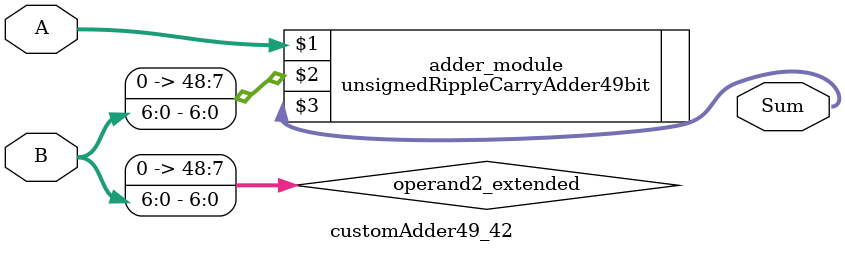
<source format=v>
module customAdder49_42(
                        input [48 : 0] A,
                        input [6 : 0] B,
                        
                        output [49 : 0] Sum
                );

        wire [48 : 0] operand2_extended;
        
        assign operand2_extended =  {42'b0, B};
        
        unsignedRippleCarryAdder49bit adder_module(
            A,
            operand2_extended,
            Sum
        );
        
        endmodule
        
</source>
